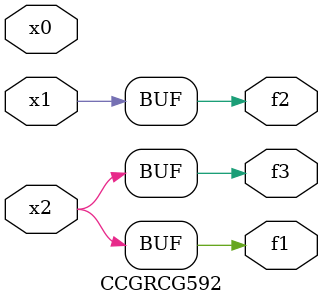
<source format=v>
module CCGRCG592(
	input x0, x1, x2,
	output f1, f2, f3
);
	assign f1 = x2;
	assign f2 = x1;
	assign f3 = x2;
endmodule

</source>
